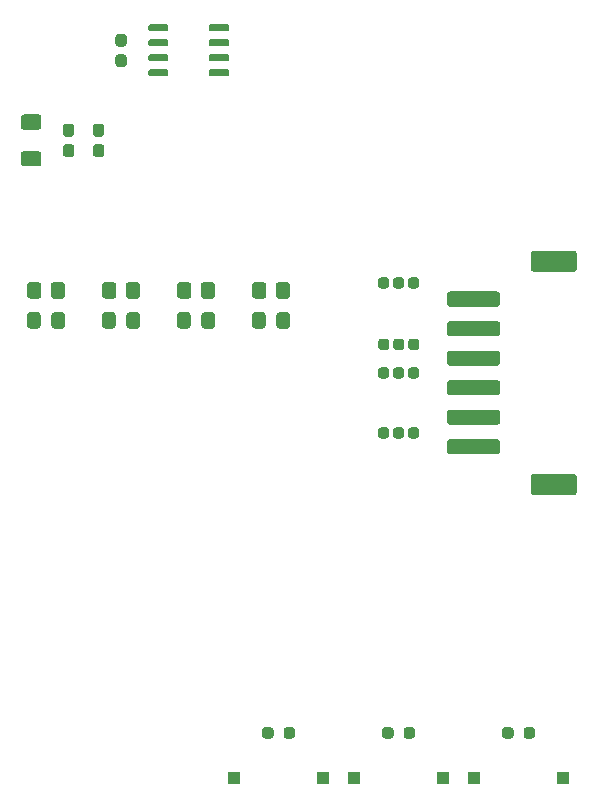
<source format=gtp>
G04 #@! TF.GenerationSoftware,KiCad,Pcbnew,(5.1.9)-1*
G04 #@! TF.CreationDate,2024-04-03T19:00:59-04:00*
G04 #@! TF.ProjectId,Shield Drive Moteur DC,53686965-6c64-4204-9472-697665204d6f,rev?*
G04 #@! TF.SameCoordinates,Original*
G04 #@! TF.FileFunction,Paste,Top*
G04 #@! TF.FilePolarity,Positive*
%FSLAX46Y46*%
G04 Gerber Fmt 4.6, Leading zero omitted, Abs format (unit mm)*
G04 Created by KiCad (PCBNEW (5.1.9)-1) date 2024-04-03 19:00:59*
%MOMM*%
%LPD*%
G01*
G04 APERTURE LIST*
%ADD10R,1.100000X1.000000*%
G04 APERTURE END LIST*
D10*
X219650000Y-133350000D03*
X212150000Y-133350000D03*
X209490000Y-133350000D03*
X201990000Y-133350000D03*
X199330000Y-133350000D03*
X191830000Y-133350000D03*
G36*
G01*
X204000100Y-91674950D02*
X204000100Y-91205050D01*
G75*
G02*
X204235050Y-90970100I234950J0D01*
G01*
X204704950Y-90970100D01*
G75*
G02*
X204939900Y-91205050I0J-234950D01*
G01*
X204939900Y-91674950D01*
G75*
G02*
X204704950Y-91909900I-234950J0D01*
G01*
X204235050Y-91909900D01*
G75*
G02*
X204000100Y-91674950I0J234950D01*
G01*
G37*
G36*
G01*
X206540100Y-91674950D02*
X206540100Y-91205050D01*
G75*
G02*
X206775050Y-90970100I234950J0D01*
G01*
X207244950Y-90970100D01*
G75*
G02*
X207479900Y-91205050I0J-234950D01*
G01*
X207479900Y-91674950D01*
G75*
G02*
X207244950Y-91909900I-234950J0D01*
G01*
X206775050Y-91909900D01*
G75*
G02*
X206540100Y-91674950I0J234950D01*
G01*
G37*
G36*
G01*
X205270100Y-91674950D02*
X205270100Y-91205050D01*
G75*
G02*
X205505050Y-90970100I234950J0D01*
G01*
X205974950Y-90970100D01*
G75*
G02*
X206209900Y-91205050I0J-234950D01*
G01*
X206209900Y-91674950D01*
G75*
G02*
X205974950Y-91909900I-234950J0D01*
G01*
X205505050Y-91909900D01*
G75*
G02*
X205270100Y-91674950I0J234950D01*
G01*
G37*
G36*
G01*
X204000100Y-96881950D02*
X204000100Y-96412050D01*
G75*
G02*
X204235050Y-96177100I234950J0D01*
G01*
X204704950Y-96177100D01*
G75*
G02*
X204939900Y-96412050I0J-234950D01*
G01*
X204939900Y-96881950D01*
G75*
G02*
X204704950Y-97116900I-234950J0D01*
G01*
X204235050Y-97116900D01*
G75*
G02*
X204000100Y-96881950I0J234950D01*
G01*
G37*
G36*
G01*
X206540100Y-96881950D02*
X206540100Y-96412050D01*
G75*
G02*
X206775050Y-96177100I234950J0D01*
G01*
X207244950Y-96177100D01*
G75*
G02*
X207479900Y-96412050I0J-234950D01*
G01*
X207479900Y-96881950D01*
G75*
G02*
X207244950Y-97116900I-234950J0D01*
G01*
X206775050Y-97116900D01*
G75*
G02*
X206540100Y-96881950I0J234950D01*
G01*
G37*
G36*
G01*
X205270100Y-96881950D02*
X205270100Y-96412050D01*
G75*
G02*
X205505050Y-96177100I234950J0D01*
G01*
X205974950Y-96177100D01*
G75*
G02*
X206209900Y-96412050I0J-234950D01*
G01*
X206209900Y-96881950D01*
G75*
G02*
X205974950Y-97116900I-234950J0D01*
G01*
X205505050Y-97116900D01*
G75*
G02*
X205270100Y-96881950I0J234950D01*
G01*
G37*
G36*
G01*
X204000100Y-99294950D02*
X204000100Y-98825050D01*
G75*
G02*
X204235050Y-98590100I234950J0D01*
G01*
X204704950Y-98590100D01*
G75*
G02*
X204939900Y-98825050I0J-234950D01*
G01*
X204939900Y-99294950D01*
G75*
G02*
X204704950Y-99529900I-234950J0D01*
G01*
X204235050Y-99529900D01*
G75*
G02*
X204000100Y-99294950I0J234950D01*
G01*
G37*
G36*
G01*
X206540100Y-99294950D02*
X206540100Y-98825050D01*
G75*
G02*
X206775050Y-98590100I234950J0D01*
G01*
X207244950Y-98590100D01*
G75*
G02*
X207479900Y-98825050I0J-234950D01*
G01*
X207479900Y-99294950D01*
G75*
G02*
X207244950Y-99529900I-234950J0D01*
G01*
X206775050Y-99529900D01*
G75*
G02*
X206540100Y-99294950I0J234950D01*
G01*
G37*
G36*
G01*
X205270100Y-99294950D02*
X205270100Y-98825050D01*
G75*
G02*
X205505050Y-98590100I234950J0D01*
G01*
X205974950Y-98590100D01*
G75*
G02*
X206209900Y-98825050I0J-234950D01*
G01*
X206209900Y-99294950D01*
G75*
G02*
X205974950Y-99529900I-234950J0D01*
G01*
X205505050Y-99529900D01*
G75*
G02*
X205270100Y-99294950I0J234950D01*
G01*
G37*
G36*
G01*
X204000100Y-104374950D02*
X204000100Y-103905050D01*
G75*
G02*
X204235050Y-103670100I234950J0D01*
G01*
X204704950Y-103670100D01*
G75*
G02*
X204939900Y-103905050I0J-234950D01*
G01*
X204939900Y-104374950D01*
G75*
G02*
X204704950Y-104609900I-234950J0D01*
G01*
X204235050Y-104609900D01*
G75*
G02*
X204000100Y-104374950I0J234950D01*
G01*
G37*
G36*
G01*
X206540100Y-104374950D02*
X206540100Y-103905050D01*
G75*
G02*
X206775050Y-103670100I234950J0D01*
G01*
X207244950Y-103670100D01*
G75*
G02*
X207479900Y-103905050I0J-234950D01*
G01*
X207479900Y-104374950D01*
G75*
G02*
X207244950Y-104609900I-234950J0D01*
G01*
X206775050Y-104609900D01*
G75*
G02*
X206540100Y-104374950I0J234950D01*
G01*
G37*
G36*
G01*
X205270100Y-104374950D02*
X205270100Y-103905050D01*
G75*
G02*
X205505050Y-103670100I234950J0D01*
G01*
X205974950Y-103670100D01*
G75*
G02*
X206209900Y-103905050I0J-234950D01*
G01*
X206209900Y-104374950D01*
G75*
G02*
X205974950Y-104609900I-234950J0D01*
G01*
X205505050Y-104609900D01*
G75*
G02*
X205270100Y-104374950I0J234950D01*
G01*
G37*
G36*
G01*
X214090400Y-93460000D02*
X210089600Y-93460000D01*
G75*
G02*
X209840000Y-93210400I0J249600D01*
G01*
X209840000Y-92409600D01*
G75*
G02*
X210089600Y-92160000I249600J0D01*
G01*
X214090400Y-92160000D01*
G75*
G02*
X214340000Y-92409600I0J-249600D01*
G01*
X214340000Y-93210400D01*
G75*
G02*
X214090400Y-93460000I-249600J0D01*
G01*
G37*
G36*
G01*
X220589800Y-90510000D02*
X217190200Y-90510000D01*
G75*
G02*
X216940000Y-90259800I0J250200D01*
G01*
X216940000Y-88960200D01*
G75*
G02*
X217190200Y-88710000I250200J0D01*
G01*
X220589800Y-88710000D01*
G75*
G02*
X220840000Y-88960200I0J-250200D01*
G01*
X220840000Y-90259800D01*
G75*
G02*
X220589800Y-90510000I-250200J0D01*
G01*
G37*
G36*
G01*
X220589800Y-109410000D02*
X217190200Y-109410000D01*
G75*
G02*
X216940000Y-109159800I0J250200D01*
G01*
X216940000Y-107860200D01*
G75*
G02*
X217190200Y-107610000I250200J0D01*
G01*
X220589800Y-107610000D01*
G75*
G02*
X220840000Y-107860200I0J-250200D01*
G01*
X220840000Y-109159800D01*
G75*
G02*
X220589800Y-109410000I-250200J0D01*
G01*
G37*
G36*
G01*
X214090400Y-95960000D02*
X210089600Y-95960000D01*
G75*
G02*
X209840000Y-95710400I0J249600D01*
G01*
X209840000Y-94909600D01*
G75*
G02*
X210089600Y-94660000I249600J0D01*
G01*
X214090400Y-94660000D01*
G75*
G02*
X214340000Y-94909600I0J-249600D01*
G01*
X214340000Y-95710400D01*
G75*
G02*
X214090400Y-95960000I-249600J0D01*
G01*
G37*
G36*
G01*
X214090400Y-98460000D02*
X210089600Y-98460000D01*
G75*
G02*
X209840000Y-98210400I0J249600D01*
G01*
X209840000Y-97409600D01*
G75*
G02*
X210089600Y-97160000I249600J0D01*
G01*
X214090400Y-97160000D01*
G75*
G02*
X214340000Y-97409600I0J-249600D01*
G01*
X214340000Y-98210400D01*
G75*
G02*
X214090400Y-98460000I-249600J0D01*
G01*
G37*
G36*
G01*
X214090400Y-100960000D02*
X210089600Y-100960000D01*
G75*
G02*
X209840000Y-100710400I0J249600D01*
G01*
X209840000Y-99909600D01*
G75*
G02*
X210089600Y-99660000I249600J0D01*
G01*
X214090400Y-99660000D01*
G75*
G02*
X214340000Y-99909600I0J-249600D01*
G01*
X214340000Y-100710400D01*
G75*
G02*
X214090400Y-100960000I-249600J0D01*
G01*
G37*
G36*
G01*
X214090400Y-103460000D02*
X210089600Y-103460000D01*
G75*
G02*
X209840000Y-103210400I0J249600D01*
G01*
X209840000Y-102409600D01*
G75*
G02*
X210089600Y-102160000I249600J0D01*
G01*
X214090400Y-102160000D01*
G75*
G02*
X214340000Y-102409600I0J-249600D01*
G01*
X214340000Y-103210400D01*
G75*
G02*
X214090400Y-103460000I-249600J0D01*
G01*
G37*
G36*
G01*
X214090400Y-105960000D02*
X210089600Y-105960000D01*
G75*
G02*
X209840000Y-105710400I0J249600D01*
G01*
X209840000Y-104909600D01*
G75*
G02*
X210089600Y-104660000I249600J0D01*
G01*
X214090400Y-104660000D01*
G75*
G02*
X214340000Y-104909600I0J-249600D01*
G01*
X214340000Y-105710400D01*
G75*
G02*
X214090400Y-105960000I-249600J0D01*
G01*
G37*
G36*
G01*
X215475000Y-129302500D02*
X215475000Y-129777500D01*
G75*
G02*
X215237500Y-130015000I-237500J0D01*
G01*
X214737500Y-130015000D01*
G75*
G02*
X214500000Y-129777500I0J237500D01*
G01*
X214500000Y-129302500D01*
G75*
G02*
X214737500Y-129065000I237500J0D01*
G01*
X215237500Y-129065000D01*
G75*
G02*
X215475000Y-129302500I0J-237500D01*
G01*
G37*
G36*
G01*
X217300000Y-129302500D02*
X217300000Y-129777500D01*
G75*
G02*
X217062500Y-130015000I-237500J0D01*
G01*
X216562500Y-130015000D01*
G75*
G02*
X216325000Y-129777500I0J237500D01*
G01*
X216325000Y-129302500D01*
G75*
G02*
X216562500Y-129065000I237500J0D01*
G01*
X217062500Y-129065000D01*
G75*
G02*
X217300000Y-129302500I0J-237500D01*
G01*
G37*
G36*
G01*
X183845000Y-94164999D02*
X183845000Y-95065001D01*
G75*
G02*
X183595001Y-95315000I-249999J0D01*
G01*
X182944999Y-95315000D01*
G75*
G02*
X182695000Y-95065001I0J249999D01*
G01*
X182695000Y-94164999D01*
G75*
G02*
X182944999Y-93915000I249999J0D01*
G01*
X183595001Y-93915000D01*
G75*
G02*
X183845000Y-94164999I0J-249999D01*
G01*
G37*
G36*
G01*
X181795000Y-94164999D02*
X181795000Y-95065001D01*
G75*
G02*
X181545001Y-95315000I-249999J0D01*
G01*
X180894999Y-95315000D01*
G75*
G02*
X180645000Y-95065001I0J249999D01*
G01*
X180645000Y-94164999D01*
G75*
G02*
X180894999Y-93915000I249999J0D01*
G01*
X181545001Y-93915000D01*
G75*
G02*
X181795000Y-94164999I0J-249999D01*
G01*
G37*
G36*
G01*
X190195000Y-94164999D02*
X190195000Y-95065001D01*
G75*
G02*
X189945001Y-95315000I-249999J0D01*
G01*
X189294999Y-95315000D01*
G75*
G02*
X189045000Y-95065001I0J249999D01*
G01*
X189045000Y-94164999D01*
G75*
G02*
X189294999Y-93915000I249999J0D01*
G01*
X189945001Y-93915000D01*
G75*
G02*
X190195000Y-94164999I0J-249999D01*
G01*
G37*
G36*
G01*
X188145000Y-94164999D02*
X188145000Y-95065001D01*
G75*
G02*
X187895001Y-95315000I-249999J0D01*
G01*
X187244999Y-95315000D01*
G75*
G02*
X186995000Y-95065001I0J249999D01*
G01*
X186995000Y-94164999D01*
G75*
G02*
X187244999Y-93915000I249999J0D01*
G01*
X187895001Y-93915000D01*
G75*
G02*
X188145000Y-94164999I0J-249999D01*
G01*
G37*
G36*
G01*
X196545000Y-94164999D02*
X196545000Y-95065001D01*
G75*
G02*
X196295001Y-95315000I-249999J0D01*
G01*
X195644999Y-95315000D01*
G75*
G02*
X195395000Y-95065001I0J249999D01*
G01*
X195395000Y-94164999D01*
G75*
G02*
X195644999Y-93915000I249999J0D01*
G01*
X196295001Y-93915000D01*
G75*
G02*
X196545000Y-94164999I0J-249999D01*
G01*
G37*
G36*
G01*
X194495000Y-94164999D02*
X194495000Y-95065001D01*
G75*
G02*
X194245001Y-95315000I-249999J0D01*
G01*
X193594999Y-95315000D01*
G75*
G02*
X193345000Y-95065001I0J249999D01*
G01*
X193345000Y-94164999D01*
G75*
G02*
X193594999Y-93915000I249999J0D01*
G01*
X194245001Y-93915000D01*
G75*
G02*
X194495000Y-94164999I0J-249999D01*
G01*
G37*
G36*
G01*
X175445000Y-94164999D02*
X175445000Y-95065001D01*
G75*
G02*
X175195001Y-95315000I-249999J0D01*
G01*
X174544999Y-95315000D01*
G75*
G02*
X174295000Y-95065001I0J249999D01*
G01*
X174295000Y-94164999D01*
G75*
G02*
X174544999Y-93915000I249999J0D01*
G01*
X175195001Y-93915000D01*
G75*
G02*
X175445000Y-94164999I0J-249999D01*
G01*
G37*
G36*
G01*
X177495000Y-94164999D02*
X177495000Y-95065001D01*
G75*
G02*
X177245001Y-95315000I-249999J0D01*
G01*
X176594999Y-95315000D01*
G75*
G02*
X176345000Y-95065001I0J249999D01*
G01*
X176345000Y-94164999D01*
G75*
G02*
X176594999Y-93915000I249999J0D01*
G01*
X177245001Y-93915000D01*
G75*
G02*
X177495000Y-94164999I0J-249999D01*
G01*
G37*
G36*
G01*
X189660000Y-70000000D02*
X189660000Y-69700000D01*
G75*
G02*
X189810000Y-69550000I150000J0D01*
G01*
X191260000Y-69550000D01*
G75*
G02*
X191410000Y-69700000I0J-150000D01*
G01*
X191410000Y-70000000D01*
G75*
G02*
X191260000Y-70150000I-150000J0D01*
G01*
X189810000Y-70150000D01*
G75*
G02*
X189660000Y-70000000I0J150000D01*
G01*
G37*
G36*
G01*
X189660000Y-71270000D02*
X189660000Y-70970000D01*
G75*
G02*
X189810000Y-70820000I150000J0D01*
G01*
X191260000Y-70820000D01*
G75*
G02*
X191410000Y-70970000I0J-150000D01*
G01*
X191410000Y-71270000D01*
G75*
G02*
X191260000Y-71420000I-150000J0D01*
G01*
X189810000Y-71420000D01*
G75*
G02*
X189660000Y-71270000I0J150000D01*
G01*
G37*
G36*
G01*
X189660000Y-72540000D02*
X189660000Y-72240000D01*
G75*
G02*
X189810000Y-72090000I150000J0D01*
G01*
X191260000Y-72090000D01*
G75*
G02*
X191410000Y-72240000I0J-150000D01*
G01*
X191410000Y-72540000D01*
G75*
G02*
X191260000Y-72690000I-150000J0D01*
G01*
X189810000Y-72690000D01*
G75*
G02*
X189660000Y-72540000I0J150000D01*
G01*
G37*
G36*
G01*
X189660000Y-73810000D02*
X189660000Y-73510000D01*
G75*
G02*
X189810000Y-73360000I150000J0D01*
G01*
X191260000Y-73360000D01*
G75*
G02*
X191410000Y-73510000I0J-150000D01*
G01*
X191410000Y-73810000D01*
G75*
G02*
X191260000Y-73960000I-150000J0D01*
G01*
X189810000Y-73960000D01*
G75*
G02*
X189660000Y-73810000I0J150000D01*
G01*
G37*
G36*
G01*
X184510000Y-73810000D02*
X184510000Y-73510000D01*
G75*
G02*
X184660000Y-73360000I150000J0D01*
G01*
X186110000Y-73360000D01*
G75*
G02*
X186260000Y-73510000I0J-150000D01*
G01*
X186260000Y-73810000D01*
G75*
G02*
X186110000Y-73960000I-150000J0D01*
G01*
X184660000Y-73960000D01*
G75*
G02*
X184510000Y-73810000I0J150000D01*
G01*
G37*
G36*
G01*
X184510000Y-72540000D02*
X184510000Y-72240000D01*
G75*
G02*
X184660000Y-72090000I150000J0D01*
G01*
X186110000Y-72090000D01*
G75*
G02*
X186260000Y-72240000I0J-150000D01*
G01*
X186260000Y-72540000D01*
G75*
G02*
X186110000Y-72690000I-150000J0D01*
G01*
X184660000Y-72690000D01*
G75*
G02*
X184510000Y-72540000I0J150000D01*
G01*
G37*
G36*
G01*
X184510000Y-71270000D02*
X184510000Y-70970000D01*
G75*
G02*
X184660000Y-70820000I150000J0D01*
G01*
X186110000Y-70820000D01*
G75*
G02*
X186260000Y-70970000I0J-150000D01*
G01*
X186260000Y-71270000D01*
G75*
G02*
X186110000Y-71420000I-150000J0D01*
G01*
X184660000Y-71420000D01*
G75*
G02*
X184510000Y-71270000I0J150000D01*
G01*
G37*
G36*
G01*
X184510000Y-70000000D02*
X184510000Y-69700000D01*
G75*
G02*
X184660000Y-69550000I150000J0D01*
G01*
X186110000Y-69550000D01*
G75*
G02*
X186260000Y-69700000I0J-150000D01*
G01*
X186260000Y-70000000D01*
G75*
G02*
X186110000Y-70150000I-150000J0D01*
G01*
X184660000Y-70150000D01*
G75*
G02*
X184510000Y-70000000I0J150000D01*
G01*
G37*
G36*
G01*
X173999999Y-80275000D02*
X175250001Y-80275000D01*
G75*
G02*
X175500000Y-80524999I0J-249999D01*
G01*
X175500000Y-81325001D01*
G75*
G02*
X175250001Y-81575000I-249999J0D01*
G01*
X173999999Y-81575000D01*
G75*
G02*
X173750000Y-81325001I0J249999D01*
G01*
X173750000Y-80524999D01*
G75*
G02*
X173999999Y-80275000I249999J0D01*
G01*
G37*
G36*
G01*
X173999999Y-77175000D02*
X175250001Y-77175000D01*
G75*
G02*
X175500000Y-77424999I0J-249999D01*
G01*
X175500000Y-78225001D01*
G75*
G02*
X175250001Y-78475000I-249999J0D01*
G01*
X173999999Y-78475000D01*
G75*
G02*
X173750000Y-78225001I0J249999D01*
G01*
X173750000Y-77424999D01*
G75*
G02*
X173999999Y-77175000I249999J0D01*
G01*
G37*
G36*
G01*
X205315000Y-129302500D02*
X205315000Y-129777500D01*
G75*
G02*
X205077500Y-130015000I-237500J0D01*
G01*
X204577500Y-130015000D01*
G75*
G02*
X204340000Y-129777500I0J237500D01*
G01*
X204340000Y-129302500D01*
G75*
G02*
X204577500Y-129065000I237500J0D01*
G01*
X205077500Y-129065000D01*
G75*
G02*
X205315000Y-129302500I0J-237500D01*
G01*
G37*
G36*
G01*
X207140000Y-129302500D02*
X207140000Y-129777500D01*
G75*
G02*
X206902500Y-130015000I-237500J0D01*
G01*
X206402500Y-130015000D01*
G75*
G02*
X206165000Y-129777500I0J237500D01*
G01*
X206165000Y-129302500D01*
G75*
G02*
X206402500Y-129065000I237500J0D01*
G01*
X206902500Y-129065000D01*
G75*
G02*
X207140000Y-129302500I0J-237500D01*
G01*
G37*
G36*
G01*
X182645000Y-92525001D02*
X182645000Y-91624999D01*
G75*
G02*
X182894999Y-91375000I249999J0D01*
G01*
X183595001Y-91375000D01*
G75*
G02*
X183845000Y-91624999I0J-249999D01*
G01*
X183845000Y-92525001D01*
G75*
G02*
X183595001Y-92775000I-249999J0D01*
G01*
X182894999Y-92775000D01*
G75*
G02*
X182645000Y-92525001I0J249999D01*
G01*
G37*
G36*
G01*
X180645000Y-92525001D02*
X180645000Y-91624999D01*
G75*
G02*
X180894999Y-91375000I249999J0D01*
G01*
X181595001Y-91375000D01*
G75*
G02*
X181845000Y-91624999I0J-249999D01*
G01*
X181845000Y-92525001D01*
G75*
G02*
X181595001Y-92775000I-249999J0D01*
G01*
X180894999Y-92775000D01*
G75*
G02*
X180645000Y-92525001I0J249999D01*
G01*
G37*
G36*
G01*
X195155000Y-129302500D02*
X195155000Y-129777500D01*
G75*
G02*
X194917500Y-130015000I-237500J0D01*
G01*
X194417500Y-130015000D01*
G75*
G02*
X194180000Y-129777500I0J237500D01*
G01*
X194180000Y-129302500D01*
G75*
G02*
X194417500Y-129065000I237500J0D01*
G01*
X194917500Y-129065000D01*
G75*
G02*
X195155000Y-129302500I0J-237500D01*
G01*
G37*
G36*
G01*
X196980000Y-129302500D02*
X196980000Y-129777500D01*
G75*
G02*
X196742500Y-130015000I-237500J0D01*
G01*
X196242500Y-130015000D01*
G75*
G02*
X196005000Y-129777500I0J237500D01*
G01*
X196005000Y-129302500D01*
G75*
G02*
X196242500Y-129065000I237500J0D01*
G01*
X196742500Y-129065000D01*
G75*
G02*
X196980000Y-129302500I0J-237500D01*
G01*
G37*
G36*
G01*
X188995000Y-92525001D02*
X188995000Y-91624999D01*
G75*
G02*
X189244999Y-91375000I249999J0D01*
G01*
X189945001Y-91375000D01*
G75*
G02*
X190195000Y-91624999I0J-249999D01*
G01*
X190195000Y-92525001D01*
G75*
G02*
X189945001Y-92775000I-249999J0D01*
G01*
X189244999Y-92775000D01*
G75*
G02*
X188995000Y-92525001I0J249999D01*
G01*
G37*
G36*
G01*
X186995000Y-92525001D02*
X186995000Y-91624999D01*
G75*
G02*
X187244999Y-91375000I249999J0D01*
G01*
X187945001Y-91375000D01*
G75*
G02*
X188195000Y-91624999I0J-249999D01*
G01*
X188195000Y-92525001D01*
G75*
G02*
X187945001Y-92775000I-249999J0D01*
G01*
X187244999Y-92775000D01*
G75*
G02*
X186995000Y-92525001I0J249999D01*
G01*
G37*
G36*
G01*
X195345000Y-92525001D02*
X195345000Y-91624999D01*
G75*
G02*
X195594999Y-91375000I249999J0D01*
G01*
X196295001Y-91375000D01*
G75*
G02*
X196545000Y-91624999I0J-249999D01*
G01*
X196545000Y-92525001D01*
G75*
G02*
X196295001Y-92775000I-249999J0D01*
G01*
X195594999Y-92775000D01*
G75*
G02*
X195345000Y-92525001I0J249999D01*
G01*
G37*
G36*
G01*
X193345000Y-92525001D02*
X193345000Y-91624999D01*
G75*
G02*
X193594999Y-91375000I249999J0D01*
G01*
X194295001Y-91375000D01*
G75*
G02*
X194545000Y-91624999I0J-249999D01*
G01*
X194545000Y-92525001D01*
G75*
G02*
X194295001Y-92775000I-249999J0D01*
G01*
X193594999Y-92775000D01*
G75*
G02*
X193345000Y-92525001I0J249999D01*
G01*
G37*
G36*
G01*
X176295000Y-92525001D02*
X176295000Y-91624999D01*
G75*
G02*
X176544999Y-91375000I249999J0D01*
G01*
X177245001Y-91375000D01*
G75*
G02*
X177495000Y-91624999I0J-249999D01*
G01*
X177495000Y-92525001D01*
G75*
G02*
X177245001Y-92775000I-249999J0D01*
G01*
X176544999Y-92775000D01*
G75*
G02*
X176295000Y-92525001I0J249999D01*
G01*
G37*
G36*
G01*
X174295000Y-92525001D02*
X174295000Y-91624999D01*
G75*
G02*
X174544999Y-91375000I249999J0D01*
G01*
X175245001Y-91375000D01*
G75*
G02*
X175495000Y-91624999I0J-249999D01*
G01*
X175495000Y-92525001D01*
G75*
G02*
X175245001Y-92775000I-249999J0D01*
G01*
X174544999Y-92775000D01*
G75*
G02*
X174295000Y-92525001I0J249999D01*
G01*
G37*
G36*
G01*
X182007500Y-72080000D02*
X182482500Y-72080000D01*
G75*
G02*
X182720000Y-72317500I0J-237500D01*
G01*
X182720000Y-72917500D01*
G75*
G02*
X182482500Y-73155000I-237500J0D01*
G01*
X182007500Y-73155000D01*
G75*
G02*
X181770000Y-72917500I0J237500D01*
G01*
X181770000Y-72317500D01*
G75*
G02*
X182007500Y-72080000I237500J0D01*
G01*
G37*
G36*
G01*
X182007500Y-70355000D02*
X182482500Y-70355000D01*
G75*
G02*
X182720000Y-70592500I0J-237500D01*
G01*
X182720000Y-71192500D01*
G75*
G02*
X182482500Y-71430000I-237500J0D01*
G01*
X182007500Y-71430000D01*
G75*
G02*
X181770000Y-71192500I0J237500D01*
G01*
X181770000Y-70592500D01*
G75*
G02*
X182007500Y-70355000I237500J0D01*
G01*
G37*
G36*
G01*
X180577500Y-79050000D02*
X180102500Y-79050000D01*
G75*
G02*
X179865000Y-78812500I0J237500D01*
G01*
X179865000Y-78212500D01*
G75*
G02*
X180102500Y-77975000I237500J0D01*
G01*
X180577500Y-77975000D01*
G75*
G02*
X180815000Y-78212500I0J-237500D01*
G01*
X180815000Y-78812500D01*
G75*
G02*
X180577500Y-79050000I-237500J0D01*
G01*
G37*
G36*
G01*
X180577500Y-80775000D02*
X180102500Y-80775000D01*
G75*
G02*
X179865000Y-80537500I0J237500D01*
G01*
X179865000Y-79937500D01*
G75*
G02*
X180102500Y-79700000I237500J0D01*
G01*
X180577500Y-79700000D01*
G75*
G02*
X180815000Y-79937500I0J-237500D01*
G01*
X180815000Y-80537500D01*
G75*
G02*
X180577500Y-80775000I-237500J0D01*
G01*
G37*
G36*
G01*
X178037500Y-79050000D02*
X177562500Y-79050000D01*
G75*
G02*
X177325000Y-78812500I0J237500D01*
G01*
X177325000Y-78212500D01*
G75*
G02*
X177562500Y-77975000I237500J0D01*
G01*
X178037500Y-77975000D01*
G75*
G02*
X178275000Y-78212500I0J-237500D01*
G01*
X178275000Y-78812500D01*
G75*
G02*
X178037500Y-79050000I-237500J0D01*
G01*
G37*
G36*
G01*
X178037500Y-80775000D02*
X177562500Y-80775000D01*
G75*
G02*
X177325000Y-80537500I0J237500D01*
G01*
X177325000Y-79937500D01*
G75*
G02*
X177562500Y-79700000I237500J0D01*
G01*
X178037500Y-79700000D01*
G75*
G02*
X178275000Y-79937500I0J-237500D01*
G01*
X178275000Y-80537500D01*
G75*
G02*
X178037500Y-80775000I-237500J0D01*
G01*
G37*
M02*

</source>
